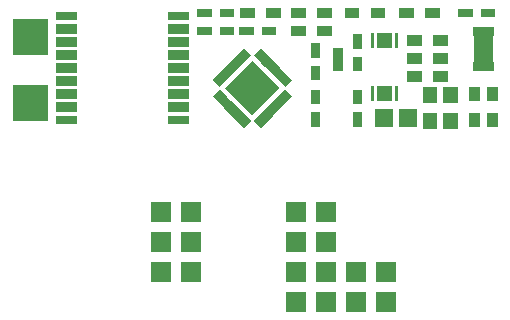
<source format=gbr>
G04 #@! TF.GenerationSoftware,KiCad,Pcbnew,(5.1.5)-3*
G04 #@! TF.CreationDate,2020-03-16T19:29:18-04:00*
G04 #@! TF.ProjectId,PicoTrackerWSPR2Rev1,5069636f-5472-4616-936b-657257535052,rev?*
G04 #@! TF.SameCoordinates,Original*
G04 #@! TF.FileFunction,Soldermask,Top*
G04 #@! TF.FilePolarity,Negative*
%FSLAX46Y46*%
G04 Gerber Fmt 4.6, Leading zero omitted, Abs format (unit mm)*
G04 Created by KiCad (PCBNEW (5.1.5)-3) date 2020-03-16 19:29:18*
%MOMM*%
%LPD*%
G04 APERTURE LIST*
%ADD10C,0.100000*%
G04 APERTURE END LIST*
D10*
G36*
X103339000Y-93115500D02*
G01*
X101639000Y-93115500D01*
X101639000Y-91415500D01*
X103339000Y-91415500D01*
X103339000Y-93115500D01*
G37*
G36*
X100799000Y-93115500D02*
G01*
X99099000Y-93115500D01*
X99099000Y-91415500D01*
X100799000Y-91415500D01*
X100799000Y-93115500D01*
G37*
G36*
X98259000Y-93115500D02*
G01*
X96559000Y-93115500D01*
X96559000Y-91415500D01*
X98259000Y-91415500D01*
X98259000Y-93115500D01*
G37*
G36*
X95719000Y-93115500D02*
G01*
X94019000Y-93115500D01*
X94019000Y-91415500D01*
X95719000Y-91415500D01*
X95719000Y-93115500D01*
G37*
G36*
X98259000Y-90575500D02*
G01*
X96559000Y-90575500D01*
X96559000Y-88875500D01*
X98259000Y-88875500D01*
X98259000Y-90575500D01*
G37*
G36*
X100799000Y-90575500D02*
G01*
X99099000Y-90575500D01*
X99099000Y-88875500D01*
X100799000Y-88875500D01*
X100799000Y-90575500D01*
G37*
G36*
X103339000Y-90575500D02*
G01*
X101639000Y-90575500D01*
X101639000Y-88875500D01*
X103339000Y-88875500D01*
X103339000Y-90575500D01*
G37*
G36*
X86829000Y-90575500D02*
G01*
X85129000Y-90575500D01*
X85129000Y-88875500D01*
X86829000Y-88875500D01*
X86829000Y-90575500D01*
G37*
G36*
X84289000Y-90575500D02*
G01*
X82589000Y-90575500D01*
X82589000Y-88875500D01*
X84289000Y-88875500D01*
X84289000Y-90575500D01*
G37*
G36*
X95719000Y-90575500D02*
G01*
X94019000Y-90575500D01*
X94019000Y-88875500D01*
X95719000Y-88875500D01*
X95719000Y-90575500D01*
G37*
G36*
X95719000Y-88035500D02*
G01*
X94019000Y-88035500D01*
X94019000Y-86335500D01*
X95719000Y-86335500D01*
X95719000Y-88035500D01*
G37*
G36*
X86829000Y-88035500D02*
G01*
X85129000Y-88035500D01*
X85129000Y-86335500D01*
X86829000Y-86335500D01*
X86829000Y-88035500D01*
G37*
G36*
X84289000Y-88035500D02*
G01*
X82589000Y-88035500D01*
X82589000Y-86335500D01*
X84289000Y-86335500D01*
X84289000Y-88035500D01*
G37*
G36*
X98259000Y-88035500D02*
G01*
X96559000Y-88035500D01*
X96559000Y-86335500D01*
X98259000Y-86335500D01*
X98259000Y-88035500D01*
G37*
G36*
X86829000Y-85495500D02*
G01*
X85129000Y-85495500D01*
X85129000Y-83795500D01*
X86829000Y-83795500D01*
X86829000Y-85495500D01*
G37*
G36*
X84289000Y-85495500D02*
G01*
X82589000Y-85495500D01*
X82589000Y-83795500D01*
X84289000Y-83795500D01*
X84289000Y-85495500D01*
G37*
G36*
X95719000Y-85495500D02*
G01*
X94019000Y-85495500D01*
X94019000Y-83795500D01*
X95719000Y-83795500D01*
X95719000Y-85495500D01*
G37*
G36*
X98259000Y-85495500D02*
G01*
X96559000Y-85495500D01*
X96559000Y-83795500D01*
X98259000Y-83795500D01*
X98259000Y-85495500D01*
G37*
G36*
X106845100Y-77660500D02*
G01*
X105651300Y-77660500D01*
X105651300Y-76263500D01*
X106845100Y-76263500D01*
X106845100Y-77660500D01*
G37*
G36*
X108546900Y-77660500D02*
G01*
X107353100Y-77660500D01*
X107353100Y-76263500D01*
X108546900Y-76263500D01*
X108546900Y-77660500D01*
G37*
G36*
X94562434Y-74857429D02*
G01*
X94261914Y-75157949D01*
X93943716Y-75476148D01*
X93554808Y-75865056D01*
X93201254Y-76218609D01*
X92883056Y-76536808D01*
X92494148Y-76925716D01*
X92140594Y-77279269D01*
X91875429Y-77544434D01*
X91274389Y-76943394D01*
X91928452Y-76289331D01*
X91928463Y-76289322D01*
X91981497Y-76236289D01*
X91981496Y-76236288D01*
X92193628Y-76024156D01*
X92193629Y-76024157D01*
X92246662Y-75971123D01*
X92246671Y-75971112D01*
X92989112Y-75228671D01*
X92989123Y-75228662D01*
X93042157Y-75175629D01*
X93042156Y-75175628D01*
X93254288Y-74963496D01*
X93254289Y-74963497D01*
X93307322Y-74910463D01*
X93307331Y-74910452D01*
X93961394Y-74256389D01*
X94562434Y-74857429D01*
G37*
G36*
X89064674Y-74910457D02*
G01*
X89064679Y-74910463D01*
X89382878Y-75228662D01*
X89382884Y-75228667D01*
X90125334Y-75971117D01*
X90125339Y-75971123D01*
X90443538Y-76289322D01*
X90443544Y-76289327D01*
X91097611Y-76943394D01*
X90496571Y-77544434D01*
X89877853Y-76925716D01*
X89877847Y-76925711D01*
X89488950Y-76536814D01*
X89488945Y-76536808D01*
X88817193Y-75865056D01*
X88817187Y-75865051D01*
X88428290Y-75476154D01*
X88428285Y-75476148D01*
X87809566Y-74857429D01*
X88410606Y-74256389D01*
X89064674Y-74910457D01*
G37*
G36*
X110432000Y-77476000D02*
G01*
X109532000Y-77476000D01*
X109532000Y-76276000D01*
X110432000Y-76276000D01*
X110432000Y-77476000D01*
G37*
G36*
X111956000Y-77476000D02*
G01*
X111056000Y-77476000D01*
X111056000Y-76276000D01*
X111956000Y-76276000D01*
X111956000Y-77476000D01*
G37*
G36*
X103048500Y-77458000D02*
G01*
X101548500Y-77458000D01*
X101548500Y-75958000D01*
X103048500Y-75958000D01*
X103048500Y-77458000D01*
G37*
G36*
X105080500Y-77458000D02*
G01*
X103580500Y-77458000D01*
X103580500Y-75958000D01*
X105080500Y-75958000D01*
X105080500Y-77458000D01*
G37*
G36*
X100451000Y-77430000D02*
G01*
X99701000Y-77430000D01*
X99701000Y-76230000D01*
X100451000Y-76230000D01*
X100451000Y-77430000D01*
G37*
G36*
X96895000Y-77430000D02*
G01*
X96145000Y-77430000D01*
X96145000Y-76230000D01*
X96895000Y-76230000D01*
X96895000Y-77430000D01*
G37*
G36*
X85837800Y-77216200D02*
G01*
X84037800Y-77216200D01*
X84037800Y-76516200D01*
X85837800Y-76516200D01*
X85837800Y-77216200D01*
G37*
G36*
X76337800Y-77216200D02*
G01*
X74537800Y-77216200D01*
X74537800Y-76516200D01*
X76337800Y-76516200D01*
X76337800Y-77216200D01*
G37*
G36*
X73890000Y-76938000D02*
G01*
X70890000Y-76938000D01*
X70890000Y-73938000D01*
X73890000Y-73938000D01*
X73890000Y-76938000D01*
G37*
G36*
X93484097Y-74168000D02*
G01*
X91186000Y-76466097D01*
X88887903Y-74168000D01*
X91186000Y-71869903D01*
X93484097Y-74168000D01*
G37*
G36*
X76337800Y-76166200D02*
G01*
X74537800Y-76166200D01*
X74537800Y-75366200D01*
X76337800Y-75366200D01*
X76337800Y-76166200D01*
G37*
G36*
X85837800Y-76166200D02*
G01*
X84037800Y-76166200D01*
X84037800Y-75366200D01*
X85837800Y-75366200D01*
X85837800Y-76166200D01*
G37*
G36*
X100451000Y-75530000D02*
G01*
X99701000Y-75530000D01*
X99701000Y-74330000D01*
X100451000Y-74330000D01*
X100451000Y-75530000D01*
G37*
G36*
X96895000Y-75530000D02*
G01*
X96145000Y-75530000D01*
X96145000Y-74330000D01*
X96895000Y-74330000D01*
X96895000Y-75530000D01*
G37*
G36*
X108546900Y-75450700D02*
G01*
X107353100Y-75450700D01*
X107353100Y-74053700D01*
X108546900Y-74053700D01*
X108546900Y-75450700D01*
G37*
G36*
X106845100Y-75450700D02*
G01*
X105651300Y-75450700D01*
X105651300Y-74053700D01*
X106845100Y-74053700D01*
X106845100Y-75450700D01*
G37*
G36*
X103484680Y-75290000D02*
G01*
X103235760Y-75290000D01*
X103235760Y-73990000D01*
X103484680Y-73990000D01*
X103484680Y-75290000D01*
G37*
G36*
X102984300Y-75290000D02*
G01*
X101739700Y-75290000D01*
X101739700Y-73990000D01*
X102984300Y-73990000D01*
X102984300Y-75290000D01*
G37*
G36*
X101488240Y-75290000D02*
G01*
X101239320Y-75290000D01*
X101239320Y-73990000D01*
X101488240Y-73990000D01*
X101488240Y-75290000D01*
G37*
G36*
X110432000Y-75276000D02*
G01*
X109532000Y-75276000D01*
X109532000Y-74076000D01*
X110432000Y-74076000D01*
X110432000Y-75276000D01*
G37*
G36*
X111956000Y-75276000D02*
G01*
X111056000Y-75276000D01*
X111056000Y-74076000D01*
X111956000Y-74076000D01*
X111956000Y-75276000D01*
G37*
G36*
X85837800Y-75066200D02*
G01*
X84037800Y-75066200D01*
X84037800Y-74266200D01*
X85837800Y-74266200D01*
X85837800Y-75066200D01*
G37*
G36*
X76337800Y-75066200D02*
G01*
X74537800Y-75066200D01*
X74537800Y-74266200D01*
X76337800Y-74266200D01*
X76337800Y-75066200D01*
G37*
G36*
X92494148Y-71410285D02*
G01*
X92494154Y-71410290D01*
X92883051Y-71799187D01*
X92883056Y-71799193D01*
X93554808Y-72470945D01*
X93554814Y-72470950D01*
X93943711Y-72859847D01*
X93943716Y-72859853D01*
X94562434Y-73478571D01*
X93961394Y-74079611D01*
X93307327Y-73425544D01*
X93307322Y-73425538D01*
X92989123Y-73107339D01*
X92989117Y-73107334D01*
X92246667Y-72364884D01*
X92246662Y-72364878D01*
X91928463Y-72046679D01*
X91928457Y-72046674D01*
X91274389Y-71392606D01*
X91875429Y-70791566D01*
X92494148Y-71410285D01*
G37*
G36*
X91097611Y-71392606D02*
G01*
X88410606Y-74079611D01*
X87809566Y-73478571D01*
X88375251Y-72912886D01*
X88428285Y-72859853D01*
X88428294Y-72859842D01*
X88817182Y-72470954D01*
X88817193Y-72470945D01*
X88870226Y-72417911D01*
X89435911Y-71852226D01*
X89488945Y-71799193D01*
X89488954Y-71799182D01*
X89877842Y-71410294D01*
X89877853Y-71410285D01*
X89930886Y-71357251D01*
X90496571Y-70791566D01*
X91097611Y-71392606D01*
G37*
G36*
X76337800Y-73966200D02*
G01*
X74537800Y-73966200D01*
X74537800Y-73166200D01*
X76337800Y-73166200D01*
X76337800Y-73966200D01*
G37*
G36*
X85837800Y-73966200D02*
G01*
X84037800Y-73966200D01*
X84037800Y-73166200D01*
X85837800Y-73166200D01*
X85837800Y-73966200D01*
G37*
G36*
X105502000Y-73665500D02*
G01*
X104302000Y-73665500D01*
X104302000Y-72765500D01*
X105502000Y-72765500D01*
X105502000Y-73665500D01*
G37*
G36*
X107702000Y-73665500D02*
G01*
X106502000Y-73665500D01*
X106502000Y-72765500D01*
X107702000Y-72765500D01*
X107702000Y-73665500D01*
G37*
G36*
X96895000Y-73498000D02*
G01*
X96145000Y-73498000D01*
X96145000Y-72298000D01*
X96895000Y-72298000D01*
X96895000Y-73498000D01*
G37*
G36*
X85837800Y-72866200D02*
G01*
X84037800Y-72866200D01*
X84037800Y-72066200D01*
X85837800Y-72066200D01*
X85837800Y-72866200D01*
G37*
G36*
X76337800Y-72866200D02*
G01*
X74537800Y-72866200D01*
X74537800Y-72066200D01*
X76337800Y-72066200D01*
X76337800Y-72866200D01*
G37*
G36*
X111644000Y-69766000D02*
G01*
X111643999Y-69766000D01*
X111619613Y-69768402D01*
X111596164Y-69775515D01*
X111574553Y-69787066D01*
X111555611Y-69802611D01*
X111540066Y-69821553D01*
X111528515Y-69843164D01*
X111521402Y-69866613D01*
X111519000Y-69890999D01*
X111519000Y-71841001D01*
X111521402Y-71865387D01*
X111528515Y-71888836D01*
X111540066Y-71910447D01*
X111555611Y-71929389D01*
X111574553Y-71944934D01*
X111596164Y-71956485D01*
X111619613Y-71963598D01*
X111643999Y-71966000D01*
X111644000Y-71966000D01*
X111644000Y-72766000D01*
X109844000Y-72766000D01*
X109844000Y-71966000D01*
X109844001Y-71966000D01*
X109868387Y-71963598D01*
X109891836Y-71956485D01*
X109913447Y-71944934D01*
X109932389Y-71929389D01*
X109947934Y-71910447D01*
X109959485Y-71888836D01*
X109966598Y-71865387D01*
X109969000Y-71841001D01*
X109969000Y-69890999D01*
X109966598Y-69866613D01*
X109959485Y-69843164D01*
X109947934Y-69821553D01*
X109932389Y-69802611D01*
X109913447Y-69787066D01*
X109891836Y-69775515D01*
X109868387Y-69768402D01*
X109844001Y-69766000D01*
X109844000Y-69766000D01*
X109844000Y-68966000D01*
X111644000Y-68966000D01*
X111644000Y-69766000D01*
G37*
G36*
X98825000Y-71380001D02*
G01*
X98827402Y-71404387D01*
X98834515Y-71427836D01*
X98846066Y-71449447D01*
X98855000Y-71460333D01*
X98855000Y-72049667D01*
X98846066Y-72060553D01*
X98834515Y-72082164D01*
X98827402Y-72105613D01*
X98825000Y-72129999D01*
X98825000Y-72755000D01*
X98025000Y-72755000D01*
X98025000Y-72129999D01*
X98022598Y-72105613D01*
X98015485Y-72082164D01*
X98003934Y-72060553D01*
X97995000Y-72049667D01*
X97995000Y-71460333D01*
X98003934Y-71449447D01*
X98015485Y-71427836D01*
X98022598Y-71404387D01*
X98025000Y-71380001D01*
X98025000Y-70755000D01*
X98825000Y-70755000D01*
X98825000Y-71380001D01*
G37*
G36*
X100451000Y-72736000D02*
G01*
X99701000Y-72736000D01*
X99701000Y-71536000D01*
X100451000Y-71536000D01*
X100451000Y-72736000D01*
G37*
G36*
X105502000Y-72141500D02*
G01*
X104302000Y-72141500D01*
X104302000Y-71241500D01*
X105502000Y-71241500D01*
X105502000Y-72141500D01*
G37*
G36*
X107702000Y-72141500D02*
G01*
X106502000Y-72141500D01*
X106502000Y-71241500D01*
X107702000Y-71241500D01*
X107702000Y-72141500D01*
G37*
G36*
X85837800Y-71766200D02*
G01*
X84037800Y-71766200D01*
X84037800Y-70966200D01*
X85837800Y-70966200D01*
X85837800Y-71766200D01*
G37*
G36*
X76337800Y-71766200D02*
G01*
X74537800Y-71766200D01*
X74537800Y-70966200D01*
X76337800Y-70966200D01*
X76337800Y-71766200D01*
G37*
G36*
X96895000Y-71598000D02*
G01*
X96145000Y-71598000D01*
X96145000Y-70398000D01*
X96895000Y-70398000D01*
X96895000Y-71598000D01*
G37*
G36*
X73890000Y-71350000D02*
G01*
X70890000Y-71350000D01*
X70890000Y-68350000D01*
X73890000Y-68350000D01*
X73890000Y-71350000D01*
G37*
G36*
X100451000Y-70836000D02*
G01*
X99701000Y-70836000D01*
X99701000Y-69636000D01*
X100451000Y-69636000D01*
X100451000Y-70836000D01*
G37*
G36*
X103484680Y-70790000D02*
G01*
X103235760Y-70790000D01*
X103235760Y-69490000D01*
X103484680Y-69490000D01*
X103484680Y-70790000D01*
G37*
G36*
X101488240Y-70790000D02*
G01*
X101239320Y-70790000D01*
X101239320Y-69490000D01*
X101488240Y-69490000D01*
X101488240Y-70790000D01*
G37*
G36*
X102984300Y-70790000D02*
G01*
X101739700Y-70790000D01*
X101739700Y-69490000D01*
X102984300Y-69490000D01*
X102984300Y-70790000D01*
G37*
G36*
X76337800Y-70666200D02*
G01*
X74537800Y-70666200D01*
X74537800Y-69866200D01*
X76337800Y-69866200D01*
X76337800Y-70666200D01*
G37*
G36*
X85837800Y-70666200D02*
G01*
X84037800Y-70666200D01*
X84037800Y-69866200D01*
X85837800Y-69866200D01*
X85837800Y-70666200D01*
G37*
G36*
X105502000Y-70617500D02*
G01*
X104302000Y-70617500D01*
X104302000Y-69717500D01*
X105502000Y-69717500D01*
X105502000Y-70617500D01*
G37*
G36*
X107702000Y-70617500D02*
G01*
X106502000Y-70617500D01*
X106502000Y-69717500D01*
X107702000Y-69717500D01*
X107702000Y-70617500D01*
G37*
G36*
X95682000Y-69792000D02*
G01*
X94482000Y-69792000D01*
X94482000Y-68892000D01*
X95682000Y-68892000D01*
X95682000Y-69792000D01*
G37*
G36*
X97882000Y-69792000D02*
G01*
X96682000Y-69792000D01*
X96682000Y-68892000D01*
X97882000Y-68892000D01*
X97882000Y-69792000D01*
G37*
G36*
X91278000Y-69717000D02*
G01*
X90078000Y-69717000D01*
X90078000Y-68967000D01*
X91278000Y-68967000D01*
X91278000Y-69717000D01*
G37*
G36*
X87722000Y-69717000D02*
G01*
X86522000Y-69717000D01*
X86522000Y-68967000D01*
X87722000Y-68967000D01*
X87722000Y-69717000D01*
G37*
G36*
X89622000Y-69717000D02*
G01*
X88422000Y-69717000D01*
X88422000Y-68967000D01*
X89622000Y-68967000D01*
X89622000Y-69717000D01*
G37*
G36*
X93178000Y-69717000D02*
G01*
X91978000Y-69717000D01*
X91978000Y-68967000D01*
X93178000Y-68967000D01*
X93178000Y-69717000D01*
G37*
G36*
X76337800Y-69566200D02*
G01*
X74537800Y-69566200D01*
X74537800Y-68766200D01*
X76337800Y-68766200D01*
X76337800Y-69566200D01*
G37*
G36*
X85837800Y-69566200D02*
G01*
X84037800Y-69566200D01*
X84037800Y-68766200D01*
X85837800Y-68766200D01*
X85837800Y-69566200D01*
G37*
G36*
X85837800Y-68416200D02*
G01*
X84037800Y-68416200D01*
X84037800Y-67716200D01*
X85837800Y-67716200D01*
X85837800Y-68416200D01*
G37*
G36*
X76337800Y-68416200D02*
G01*
X74537800Y-68416200D01*
X74537800Y-67716200D01*
X76337800Y-67716200D01*
X76337800Y-68416200D01*
G37*
G36*
X100190500Y-68268000D02*
G01*
X98990500Y-68268000D01*
X98990500Y-67368000D01*
X100190500Y-67368000D01*
X100190500Y-68268000D01*
G37*
G36*
X102390500Y-68268000D02*
G01*
X101190500Y-68268000D01*
X101190500Y-67368000D01*
X102390500Y-67368000D01*
X102390500Y-68268000D01*
G37*
G36*
X97882000Y-68268000D02*
G01*
X96682000Y-68268000D01*
X96682000Y-67368000D01*
X97882000Y-67368000D01*
X97882000Y-68268000D01*
G37*
G36*
X95682000Y-68268000D02*
G01*
X94482000Y-68268000D01*
X94482000Y-67368000D01*
X95682000Y-67368000D01*
X95682000Y-68268000D01*
G37*
G36*
X91364000Y-68268000D02*
G01*
X90164000Y-68268000D01*
X90164000Y-67368000D01*
X91364000Y-67368000D01*
X91364000Y-68268000D01*
G37*
G36*
X93564000Y-68268000D02*
G01*
X92364000Y-68268000D01*
X92364000Y-67368000D01*
X93564000Y-67368000D01*
X93564000Y-68268000D01*
G37*
G36*
X104826000Y-68268000D02*
G01*
X103626000Y-68268000D01*
X103626000Y-67368000D01*
X104826000Y-67368000D01*
X104826000Y-68268000D01*
G37*
G36*
X107026000Y-68268000D02*
G01*
X105826000Y-68268000D01*
X105826000Y-67368000D01*
X107026000Y-67368000D01*
X107026000Y-68268000D01*
G37*
G36*
X89622000Y-68193000D02*
G01*
X88422000Y-68193000D01*
X88422000Y-67443000D01*
X89622000Y-67443000D01*
X89622000Y-68193000D01*
G37*
G36*
X87722000Y-68193000D02*
G01*
X86522000Y-68193000D01*
X86522000Y-67443000D01*
X87722000Y-67443000D01*
X87722000Y-68193000D01*
G37*
G36*
X109820000Y-68193000D02*
G01*
X108620000Y-68193000D01*
X108620000Y-67443000D01*
X109820000Y-67443000D01*
X109820000Y-68193000D01*
G37*
G36*
X111720000Y-68193000D02*
G01*
X110520000Y-68193000D01*
X110520000Y-67443000D01*
X111720000Y-67443000D01*
X111720000Y-68193000D01*
G37*
M02*

</source>
